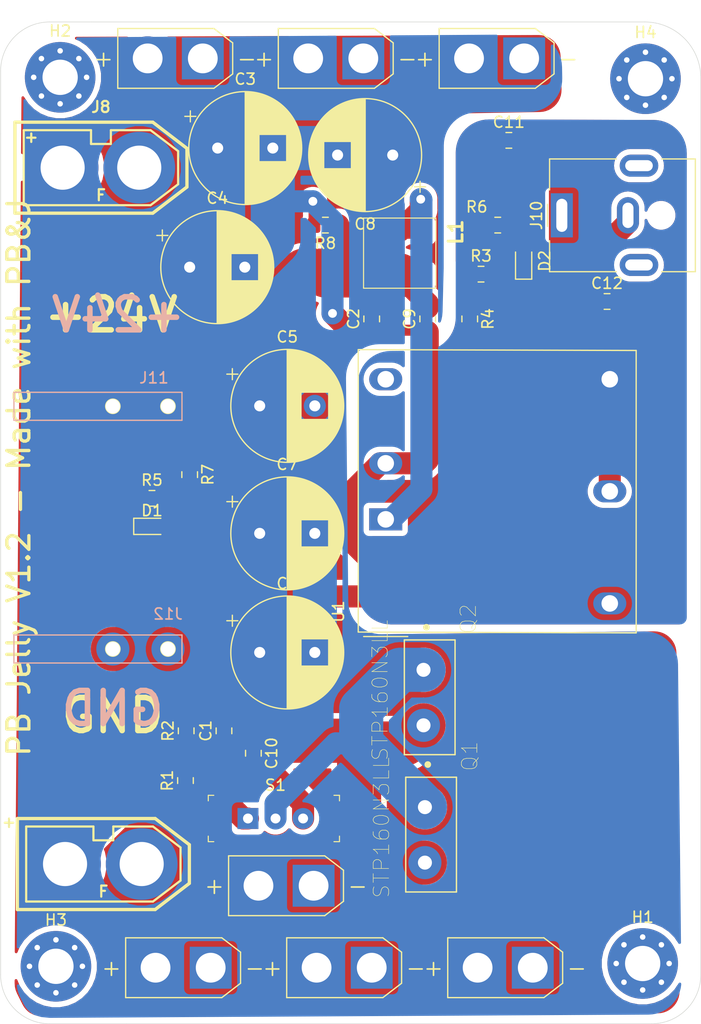
<source format=kicad_pcb>
(kicad_pcb (version 20171130) (host pcbnew "(5.1.0-0)")
  (layers (0 F.Cu signal) (31 B.Cu signal) (34 B.Paste user) (35 F.Paste user) (36 B.SilkS user) (37 F.SilkS user) (38 B.Mask user hide) (39 F.Mask user hide) (44 Edge.Cuts user))
  (net 0 "")
  (net 1 GND)
  (net 2 "Net-(C1-Pad1)")
  (net 3 +24V)
  (net 4 safe-V24)
  (net 5 5V_4A)
  (net 6 ISO_GND_5V)
  (net 7 "Net-(L1-Pad2)")
  (net 8 "Net-(R3-Pad1)")
  (net 9 "Net-(U1-Pad6)")
  (net 10 "Net-(D1-Pad2)")
  (net 11 "Net-(D2-Pad2)")
  (net 12 "Net-(C10-Pad2)")
  (net 13 "Net-(C12-Pad2)")
  (net 14 /gate)
  (module Resistor_SMD:R_0805_2012Metric_Pad1.15x1.40mm_HandSolder (layer F.Cu) (at 50.41 51.435 180)
    (fp_text reference R8 (at 0 -1.65 180) (layer F.SilkS))
    (fp_text value R)
    (pad 2 smd roundrect (at 1.025 0 180) (size 1.15 1.4) (layers F.Cu F.Paste F.Mask) (roundrect_rratio 0.217391) (net 1 GND))
    (pad 1 smd roundrect (at -1.025 0 180) (size 1.15 1.4) (layers F.Cu F.Paste F.Mask) (roundrect_rratio 0.217391) (net 3 +24V))
  )
  (module Capacitor_THT:CP_Radial_D10.0mm_P5.00mm (layer F.Cu) (at 56.515 45.085 180)
    (fp_text reference C8 (at 2.5 -6.25 180) (layer F.SilkS))
    (fp_text value 470UF)
    (pad 2 thru_hole circle (at 5 0 180) (size 2 2) (drill 1) (layers *.Cu *.Mask) (net 1 GND))
    (pad 1 thru_hole rect (at 0 0 180) (size 2 2) (drill 1) (layers *.Cu *.Mask) (net 3 +24V))
  )
  (module Capacitor_THT:CP_Radial_D10.0mm_P5.00mm (layer F.Cu) (at 44.45 79.375)
    (fp_text reference C7 (at 2.5 -6.25) (layer F.SilkS))
    (fp_text value 470UF)
    (pad 2 thru_hole circle (at 5 0) (size 2 2) (drill 1) (layers *.Cu *.Mask) (net 4 safe-V24))
    (pad 1 thru_hole rect (at 0 0) (size 2 2) (drill 1) (layers *.Cu *.Mask) (net 3 +24V))
  )
  (module Capacitor_THT:CP_Radial_D10.0mm_P5.00mm (layer F.Cu) (at 38.1 55.245)
    (fp_text reference C4 (at 2.5 -6.25) (layer F.SilkS))
    (fp_text value 470UF)
    (pad 2 thru_hole circle (at 5 0) (size 2 2) (drill 1) (layers *.Cu *.Mask) (net 1 GND))
    (pad 1 thru_hole rect (at 0 0) (size 2 2) (drill 1) (layers *.Cu *.Mask) (net 3 +24V))
  )
  (module Capacitor_THT:CP_Radial_D10.0mm_P5.00mm (layer F.Cu) (at 40.64 44.45)
    (fp_text reference C3 (at 2.5 -6.25) (layer F.SilkS))
    (fp_text value 470UF)
    (pad 2 thru_hole circle (at 5 0) (size 2 2) (drill 1) (layers *.Cu *.Mask) (net 1 GND))
    (pad 1 thru_hole rect (at 0 0) (size 2 2) (drill 1) (layers *.Cu *.Mask) (net 3 +24V))
  )
  (module kicad-footprints-master:MOSFET_Down (layer F.Cu) (at 59.309 91.694 270)
    (fp_text reference Q2 (at -4.572 -4.064 270) (layer F.SilkS) (effects (font (size 1.40197 1.40197) (thickness 0.05))))
    (fp_text value STP160N3LL (at 1.90661 3.93433 270) (layer F.SilkS) (effects (font (size 1.40119 1.40119) (thickness 0.05))))
    (pad 1 smd rect (at 2.4765 -13.2715 270) (size 10 16) (layers F.Cu F.Paste F.Mask) (net 4 safe-V24))
    (pad 2 thru_hole circle (at 0.0508 0 270) (size 3 3) (drill 1.27) (layers *.Cu *.Mask) (net 14 /gate))
    (pad 3 thru_hole circle (at 5.08 0 270) (size 3 3) (drill 1.27) (layers *.Cu *.Mask) (net 1 GND))
  )
  (module kicad-footprints-master:MOSFET_Down (layer F.Cu) (at 59.436 104.14 270)
    (fp_text reference Q1 (at -4.572 -4.064 270) (layer F.SilkS) (effects (font (size 1.40197 1.40197) (thickness 0.05))))
    (fp_text value STP160N3LL (at 1.90661 3.93433 270) (layer F.SilkS) (effects (font (size 1.40119 1.40119) (thickness 0.05))))
    (pad 1 smd rect (at 2.4765 -13.2715 270) (size 10 16) (layers F.Cu F.Paste F.Mask) (net 4 safe-V24))
    (pad 2 thru_hole circle (at 0.0508 0 270) (size 3 3) (drill 1.27) (layers *.Cu *.Mask) (net 14 /gate))
    (pad 3 thru_hole circle (at 5.08 0 270) (size 3 3) (drill 1.27) (layers *.Cu *.Mask) (net 1 GND))
  )
  (module digikey-footprints:Switch_Slide_11.6x4mm_EG1218 (layer F.Cu) (at 43.387 105.2195)
    (fp_text reference S1 (at 2.49 -3.02) (layer F.SilkS))
    (fp_text value EG1218)
    (pad 3 thru_hole circle (at 5 0) (size 1.9 1.9) (drill 0.9) (layers *.Cu *.Mask) (net 12 "Net-(C10-Pad2)"))
    (pad 2 thru_hole circle (at 2.5 0) (size 1.9 1.9) (drill 0.9) (layers *.Cu *.Mask) (net 14 /gate))
    (pad 1 thru_hole rect (at 0 0) (size 1.9 1.9) (drill 0.9) (layers *.Cu *.Mask) (net 2 "Net-(C1-Pad1)"))
  )
  (module Resistor_SMD:R_0805_2012Metric_Pad1.15x1.40mm_HandSolder (layer F.Cu) (at 38.1 74.05 270)
    (fp_text reference R7 (at 0 -1.65 270) (layer F.SilkS))
    (fp_text value R)
    (pad 2 smd roundrect (at 1.025 0 270) (size 1.15 1.4) (layers F.Cu F.Paste F.Mask) (roundrect_rratio 0.217391) (net 4 safe-V24))
    (pad 1 smd roundrect (at -1.025 0 270) (size 1.15 1.4) (layers F.Cu F.Paste F.Mask) (roundrect_rratio 0.217391) (net 3 +24V))
  )
  (module Connector_BarrelJack:BarrelJack_CUI_PJ-063AH_Horizontal (layer F.Cu) (at 71.851 50.546 90)
    (fp_text reference J10 (at 0 -2.3 90) (layer F.SilkS))
    (fp_text value Barrel_Jack)
    (pad "" np_thru_hole circle (at 0 9 90) (size 1.6 1.6) (drill 1.6) (layers *.Cu *.Mask))
    (pad MP thru_hole oval (at 4.5 7 90) (size 2 3.5) (drill oval 1 2.5) (layers *.Cu *.Mask))
    (pad MP thru_hole oval (at -4.5 7 90) (size 2 3.5) (drill oval 1 2.5) (layers *.Cu *.Mask))
    (pad 2 thru_hole oval (at 0 6 90) (size 3.3 2) (drill oval 2.3 1) (layers *.Cu *.Mask) (net 13 "Net-(C12-Pad2)"))
    (pad 1 thru_hole rect (at 0 0 90) (size 4 2) (drill oval 3 1) (layers *.Cu *.Mask) (net 5 5V_4A))
  )
  (module MountingHole:MountingHole_3.2mm_M3_Pad_Via (layer F.Cu) (at 79.4385 38.1635)
    (fp_text reference H4 (at 0 -4.2) (layer F.SilkS))
    (fp_text value MountingHole)
    (pad 1 thru_hole circle (at 1.697056 -1.697056) (size 0.8 0.8) (drill 0.5) (layers *.Cu *.Mask))
    (pad 1 thru_hole circle (at 0 -2.4) (size 0.8 0.8) (drill 0.5) (layers *.Cu *.Mask))
    (pad 1 thru_hole circle (at -1.697056 -1.697056) (size 0.8 0.8) (drill 0.5) (layers *.Cu *.Mask))
    (pad 1 thru_hole circle (at -2.4 0) (size 0.8 0.8) (drill 0.5) (layers *.Cu *.Mask))
    (pad 1 thru_hole circle (at -1.697056 1.697056) (size 0.8 0.8) (drill 0.5) (layers *.Cu *.Mask))
    (pad 1 thru_hole circle (at 0 2.4) (size 0.8 0.8) (drill 0.5) (layers *.Cu *.Mask))
    (pad 1 thru_hole circle (at 1.697056 1.697056) (size 0.8 0.8) (drill 0.5) (layers *.Cu *.Mask))
    (pad 1 thru_hole circle (at 2.4 0) (size 0.8 0.8) (drill 0.5) (layers *.Cu *.Mask))
    (pad 1 thru_hole circle (at 0 0) (size 6.4 6.4) (drill 3.2) (layers *.Cu *.Mask))
  )
  (module MountingHole:MountingHole_3.2mm_M3_Pad_Via (layer F.Cu) (at 25.9715 118.618)
    (fp_text reference H3 (at 0 -4.2) (layer F.SilkS))
    (fp_text value MountingHole)
    (pad 1 thru_hole circle (at 1.697056 -1.697056) (size 0.8 0.8) (drill 0.5) (layers *.Cu *.Mask))
    (pad 1 thru_hole circle (at 0 -2.4) (size 0.8 0.8) (drill 0.5) (layers *.Cu *.Mask))
    (pad 1 thru_hole circle (at -1.697056 -1.697056) (size 0.8 0.8) (drill 0.5) (layers *.Cu *.Mask))
    (pad 1 thru_hole circle (at -2.4 0) (size 0.8 0.8) (drill 0.5) (layers *.Cu *.Mask))
    (pad 1 thru_hole circle (at -1.697056 1.697056) (size 0.8 0.8) (drill 0.5) (layers *.Cu *.Mask))
    (pad 1 thru_hole circle (at 0 2.4) (size 0.8 0.8) (drill 0.5) (layers *.Cu *.Mask))
    (pad 1 thru_hole circle (at 1.697056 1.697056) (size 0.8 0.8) (drill 0.5) (layers *.Cu *.Mask))
    (pad 1 thru_hole circle (at 2.4 0) (size 0.8 0.8) (drill 0.5) (layers *.Cu *.Mask))
    (pad 1 thru_hole circle (at 0 0) (size 6.4 6.4) (drill 3.2) (layers *.Cu *.Mask))
  )
  (module MountingHole:MountingHole_3.2mm_M3_Pad_Via (layer F.Cu) (at 26.3525 38.0365)
    (fp_text reference H2 (at 0 -4.2) (layer F.SilkS))
    (fp_text value MountingHole)
    (pad 1 thru_hole circle (at 1.697056 -1.697056) (size 0.8 0.8) (drill 0.5) (layers *.Cu *.Mask))
    (pad 1 thru_hole circle (at 0 -2.4) (size 0.8 0.8) (drill 0.5) (layers *.Cu *.Mask))
    (pad 1 thru_hole circle (at -1.697056 -1.697056) (size 0.8 0.8) (drill 0.5) (layers *.Cu *.Mask))
    (pad 1 thru_hole circle (at -2.4 0) (size 0.8 0.8) (drill 0.5) (layers *.Cu *.Mask))
    (pad 1 thru_hole circle (at -1.697056 1.697056) (size 0.8 0.8) (drill 0.5) (layers *.Cu *.Mask))
    (pad 1 thru_hole circle (at 0 2.4) (size 0.8 0.8) (drill 0.5) (layers *.Cu *.Mask))
    (pad 1 thru_hole circle (at 1.697056 1.697056) (size 0.8 0.8) (drill 0.5) (layers *.Cu *.Mask))
    (pad 1 thru_hole circle (at 2.4 0) (size 0.8 0.8) (drill 0.5) (layers *.Cu *.Mask))
    (pad 1 thru_hole circle (at 0 0) (size 6.4 6.4) (drill 3.2) (layers *.Cu *.Mask))
  )
  (module MountingHole:MountingHole_3.2mm_M3_Pad_Via (layer F.Cu) (at 79.1845 118.364)
    (fp_text reference H1 (at 0 -4.2) (layer F.SilkS))
    (fp_text value MountingHole)
    (pad 1 thru_hole circle (at 1.697056 -1.697056) (size 0.8 0.8) (drill 0.5) (layers *.Cu *.Mask))
    (pad 1 thru_hole circle (at 0 -2.4) (size 0.8 0.8) (drill 0.5) (layers *.Cu *.Mask))
    (pad 1 thru_hole circle (at -1.697056 -1.697056) (size 0.8 0.8) (drill 0.5) (layers *.Cu *.Mask))
    (pad 1 thru_hole circle (at -2.4 0) (size 0.8 0.8) (drill 0.5) (layers *.Cu *.Mask))
    (pad 1 thru_hole circle (at -1.697056 1.697056) (size 0.8 0.8) (drill 0.5) (layers *.Cu *.Mask))
    (pad 1 thru_hole circle (at 0 2.4) (size 0.8 0.8) (drill 0.5) (layers *.Cu *.Mask))
    (pad 1 thru_hole circle (at 1.697056 1.697056) (size 0.8 0.8) (drill 0.5) (layers *.Cu *.Mask))
    (pad 1 thru_hole circle (at 2.4 0) (size 0.8 0.8) (drill 0.5) (layers *.Cu *.Mask))
    (pad 1 thru_hole circle (at 0 0) (size 6.4 6.4) (drill 3.2) (layers *.Cu *.Mask))
  )
  (module Capacitor_SMD:C_0805_2012Metric_Pad1.15x1.40mm_HandSolder (layer F.Cu) (at 75.955 58.3565)
    (fp_text reference C12 (at 0 -1.65) (layer F.SilkS))
    (fp_text value 3UF)
    (pad 2 smd roundrect (at 1.025 0) (size 1.15 1.4) (layers F.Cu F.Paste F.Mask) (roundrect_rratio 0.217391) (net 13 "Net-(C12-Pad2)"))
    (pad 1 smd roundrect (at -1.025 0) (size 1.15 1.4) (layers F.Cu F.Paste F.Mask) (roundrect_rratio 0.217391) (net 6 ISO_GND_5V))
  )
  (module Capacitor_SMD:C_0805_2012Metric_Pad1.15x1.40mm_HandSolder (layer F.Cu) (at 67.047 43.7515)
    (fp_text reference C11 (at 0 -1.65) (layer F.SilkS))
    (fp_text value 3UF)
    (pad 2 smd roundrect (at 1.025 0) (size 1.15 1.4) (layers F.Cu F.Paste F.Mask) (roundrect_rratio 0.217391) (net 5 5V_4A))
    (pad 1 smd roundrect (at -1.025 0) (size 1.15 1.4) (layers F.Cu F.Paste F.Mask) (roundrect_rratio 0.217391) (net 6 ISO_GND_5V))
  )
  (module Capacitor_SMD:C_0805_2012Metric_Pad1.15x1.40mm_HandSolder (layer F.Cu) (at 43.8785 99.305 270)
    (fp_text reference C10 (at 0 -1.65 270) (layer F.SilkS))
    (fp_text value 3UF)
    (pad 2 smd roundrect (at 1.025 0 270) (size 1.15 1.4) (layers F.Cu F.Paste F.Mask) (roundrect_rratio 0.217391) (net 12 "Net-(C10-Pad2)"))
    (pad 1 smd roundrect (at -1.025 0 270) (size 1.15 1.4) (layers F.Cu F.Paste F.Mask) (roundrect_rratio 0.217391) (net 1 GND))
  )
  (module Connector:battery_conector_powerpack (layer F.Cu) (at 36.1315 89.857 180)
    (fp_text reference J12 (at 0 3.175 180) (layer B.SilkS) (effects (justify mirror)))
    (fp_text value Conn_01x02_Female)
    (pad 1 thru_hole circle (at 0 0 180) (size 3 3) (drill 1.3) (layers *.Cu *.Mask) (net 1 GND))
    (pad 2 thru_hole circle (at 5 0 180) (size 3 3) (drill 1.3) (layers *.Cu *.Mask) (net 1 GND))
  )
  (module Connector:battery_conector_powerpack (layer F.Cu) (at 36.1315 67.857 180)
    (fp_text reference J11 (at 1.27 2.58 180) (layer B.SilkS))
    (fp_text value Conn_01x02_Female)
    (pad 2 thru_hole circle (at 5 0 180) (size 3 3) (drill 1.3) (layers *.Cu *.Mask) (net 3 +24V))
    (pad 1 thru_hole circle (at 0 0 180) (size 3 3) (drill 1.3) (layers *.Cu *.Mask) (net 3 +24V))
  )
  (module innductor_special:XEL6060-152MEC (layer F.Cu) (at 57.15 53.975 90)
    (fp_text reference L1 (at 1.905 5.08 90) (layer F.SilkS) (effects (font (size 1.27 1.27) (thickness 0.254))))
    (fp_text value INDUCTOR hide)
    (pad 2 smd rect (at 2.02 0 90) (size 1.43 5.5) (layers F.Cu F.Paste F.Mask) (net 7 "Net-(L1-Pad2)"))
    (pad 1 smd rect (at -2.02 0 90) (size 1.43 5.5) (layers F.Cu F.Paste F.Mask) (net 3 +24V))
  )
  (module Resistor_SMD:R_0805_2012Metric_Pad1.15x1.40mm_HandSolder (layer F.Cu) (at 66.04 51.435)
    (fp_text reference R6 (at -1.905 -1.65) (layer F.SilkS))
    (fp_text value 10K)
    (pad 2 smd roundrect (at 1.025 0) (size 1.15 1.4) (layers F.Cu F.Paste F.Mask) (roundrect_rratio 0.217391) (net 11 "Net-(D2-Pad2)"))
    (pad 1 smd roundrect (at -1.025 0) (size 1.15 1.4) (layers F.Cu F.Paste F.Mask) (roundrect_rratio 0.217391) (net 5 5V_4A))
  )
  (module RC-Battery-Connectors:XT-60_female (layer F.Cu) (at 30.053 46.228)
    (fp_text reference J8 (at 0 -5.5) (layer F.SilkS) (effects (font (thickness 0.2))))
    (fp_text value Conn_01x02_Female hide)
    (fp_text user + (at -6.32 -2.79) (layer F.SilkS) (effects (font (thickness 0.2))))
    (fp_text user F (at 0 2.5) (layer F.SilkS) (effects (font (thickness 0.2))))
    (pad 2 thru_hole circle (at -3.475 0) (size 6.5 6.5) (drill 4) (layers *.Cu *.Mask) (net 3 +24V))
    (pad 1 thru_hole circle (at 3.475 0) (size 6.5 6.5) (drill 4) (layers *.Cu *.Mask) (net 4 safe-V24))
  )
  (module LED_SMD:LED_0603_1608Metric_Pad1.05x0.95mm_HandSolder (layer F.Cu) (at 68.3895 54.6735 90)
    (fp_text reference D2 (at 0 1.905 -90) (layer F.SilkS))
    (fp_text value LED)
    (pad 2 smd roundrect (at 0.875 0 90) (size 1.05 0.95) (layers F.Cu F.Paste F.Mask) (net 11 "Net-(D2-Pad2)"))
    (pad 1 smd roundrect (at -0.875 0 90) (size 1.05 0.95) (layers F.Cu F.Paste F.Mask) (net 6 ISO_GND_5V))
  )
  (module Converter_DCDC:Converter_DCDC_TRACO_TEN20-xxxx_THT-modified (layer F.Cu) (at 55.88 78.105 90)
    (fp_text reference U1 (at -8.3566 -4.2926 270) (layer F.SilkS))
    (fp_text value THL-25-2411)
    (pad 6 thru_hole oval (at 12.7 0 180) (size 3 2) (drill 1.5) (layers *.Cu *.Mask) (net 9 "Net-(U1-Pad6)"))
    (pad 4 thru_hole oval (at 2.54 20.32 180) (size 3 2) (drill 1.5) (layers *.Cu *.Mask) (net 8 "Net-(R3-Pad1)"))
    (pad 1 thru_hole rect (at 0 0 180) (size 3 2) (drill 1.5) (layers *.Cu *.Mask) (net 7 "Net-(L1-Pad2)"))
    (pad 2 thru_hole oval (at 5.08 0 180) (size 3 2) (drill 1.5) (layers *.Cu *.Mask) (net 1 GND))
    (pad 3 thru_hole oval (at -7.62 20.32 180) (size 3 2) (drill 1.5) (layers *.Cu *.Mask) (net 5 5V_4A))
    (pad 5 thru_hole oval (at 12.7 20.32 180) (size 3 2) (drill 1.5) (layers *.Cu *.Mask) (net 6 ISO_GND_5V))
  )
  (module Resistor_SMD:R_0805_2012Metric_Pad1.15x1.40mm_HandSolder (layer F.Cu) (at 63.5 59.935 270)
    (fp_text reference R4 (at 0 -1.65 270) (layer F.SilkS))
    (fp_text value OP)
    (pad 2 smd roundrect (at 1.025 0 270) (size 1.15 1.4) (layers F.Cu F.Paste F.Mask) (roundrect_rratio 0.217391) (net 5 5V_4A))
    (pad 1 smd roundrect (at -1.025 0 270) (size 1.15 1.4) (layers F.Cu F.Paste F.Mask) (roundrect_rratio 0.217391) (net 8 "Net-(R3-Pad1)"))
  )
  (module Resistor_SMD:R_0805_2012Metric_Pad1.15x1.40mm_HandSolder (layer F.Cu) (at 64.525 55.88)
    (fp_text reference R3 (at 0 -1.65) (layer F.SilkS))
    (fp_text value OP)
    (pad 2 smd roundrect (at 1.025 0) (size 1.15 1.4) (layers F.Cu F.Paste F.Mask) (roundrect_rratio 0.217391) (net 6 ISO_GND_5V))
    (pad 1 smd roundrect (at -1.025 0) (size 1.15 1.4) (layers F.Cu F.Paste F.Mask) (roundrect_rratio 0.217391) (net 8 "Net-(R3-Pad1)"))
  )
  (module LED_SMD:LED_0603_1608Metric_Pad1.05x0.95mm_HandSolder (layer F.Cu) (at 34.685 78.74)
    (fp_text reference D1 (at 0 -1.43) (layer F.SilkS))
    (fp_text value LED)
    (pad 2 smd roundrect (at 0.875 0) (size 1.05 0.95) (layers F.Cu F.Paste F.Mask) (net 10 "Net-(D1-Pad2)"))
    (pad 1 smd roundrect (at -0.875 0) (size 1.05 0.95) (layers F.Cu F.Paste F.Mask) (net 4 safe-V24))
  )
  (module Resistor_SMD:R_0805_2012Metric_Pad1.15x1.40mm_HandSolder (layer F.Cu) (at 34.68 76.2)
    (fp_text reference R5 (at 0 -1.65) (layer F.SilkS))
    (fp_text value 10K)
    (pad 2 smd roundrect (at 1.025 0) (size 1.15 1.4) (layers F.Cu F.Paste F.Mask) (roundrect_rratio 0.217391) (net 10 "Net-(D1-Pad2)"))
    (pad 1 smd roundrect (at -1.025 0) (size 1.15 1.4) (layers F.Cu F.Paste F.Mask) (roundrect_rratio 0.217391) (net 3 +24V))
  )
  (module Capacitor_SMD:C_0805_2012Metric_Pad1.15x1.40mm_HandSolder (layer F.Cu) (at 59.69 59.935 90)
    (fp_text reference C9 (at 0 -1.65 90) (layer F.SilkS))
    (fp_text value 3.3UF)
    (pad 2 smd roundrect (at 1.025 0 90) (size 1.15 1.4) (layers F.Cu F.Paste F.Mask) (roundrect_rratio 0.217391) (net 3 +24V))
    (pad 1 smd roundrect (at -1.025 0 90) (size 1.15 1.4) (layers F.Cu F.Paste F.Mask) (roundrect_rratio 0.217391) (net 1 GND))
  )
  (module Resistor_SMD:R_0805_2012Metric_Pad1.15x1.40mm_HandSolder (layer F.Cu) (at 37.7825 97.273 90)
    (fp_text reference R2 (at 0 -1.65 90) (layer F.SilkS))
    (fp_text value 1M)
    (pad 2 smd roundrect (at 1.025 0 90) (size 1.15 1.4) (layers F.Cu F.Paste F.Mask) (roundrect_rratio 0.217391) (net 1 GND))
    (pad 1 smd roundrect (at -1.025 0 90) (size 1.15 1.4) (layers F.Cu F.Paste F.Mask) (roundrect_rratio 0.217391) (net 2 "Net-(C1-Pad1)"))
  )
  (module Resistor_SMD:R_0805_2012Metric_Pad1.15x1.40mm_HandSolder (layer F.Cu) (at 37.719 101.7815 90)
    (fp_text reference R1 (at 0 -1.65 90) (layer F.SilkS))
    (fp_text value 500K)
    (pad 2 smd roundrect (at 1.025 0 90) (size 1.15 1.4) (layers F.Cu F.Paste F.Mask) (roundrect_rratio 0.217391) (net 2 "Net-(C1-Pad1)"))
    (pad 1 smd roundrect (at -1.025 0 90) (size 1.15 1.4) (layers F.Cu F.Paste F.Mask) (roundrect_rratio 0.217391) (net 3 +24V))
  )
  (module RC-Battery-Connectors:XT-60_female (layer F.Cu) (at 30.272 109.347)
    (fp_text reference J9 hide)
    (fp_text value Conn_01x02_Female hide)
    (fp_text user + (at -8.555 -3.81) (layer F.SilkS) (effects (font (thickness 0.2))))
    (fp_text user F (at 0 2.5) (layer F.SilkS) (effects (font (thickness 0.2))))
    (pad 2 thru_hole circle (at -3.475 0) (size 6.5 6.5) (drill 4) (layers *.Cu *.Mask) (net 3 +24V))
    (pad 1 thru_hole circle (at 3.475 0) (size 6.5 6.5) (drill 4) (layers *.Cu *.Mask) (net 4 safe-V24))
  )
  (module Connector_AMASS:AMASS_XT30U-F_1x02_P5.0mm_Vertical (layer F.Cu) (at 68.4365 36.322 180)
    (fp_text reference J7 hide)
    (fp_text value Conn_01x02_Female)
    (fp_text user - (at -4 0 180) (layer F.SilkS) (effects (font (size 1.5 1.5))))
    (fp_text user + (at 9 0 180) (layer F.SilkS) (effects (font (size 1.5 1.5))))
    (pad 2 thru_hole circle (at 5 0 180) (size 4 4) (drill 2.7) (layers *.Cu *.Mask) (net 3 +24V))
    (pad 1 thru_hole rect (at 0 0 180) (size 3.8 3.8) (drill 2.7) (layers *.Cu *.Mask) (net 4 safe-V24))
  )
  (module Connector_AMASS:AMASS_XT30U-F_1x02_P5.0mm_Vertical (layer F.Cu) (at 49.3395 111.3155 180)
    (fp_text reference J6 hide)
    (fp_text value Conn_01x02_Female)
    (fp_text user - (at -4 0 180) (layer F.SilkS) (effects (font (size 1.5 1.5))))
    (fp_text user + (at 9 0 180) (layer F.SilkS) (effects (font (size 1.5 1.5))))
    (pad 2 thru_hole circle (at 5 0 180) (size 4 4) (drill 2.7) (layers *.Cu *.Mask) (net 3 +24V))
    (pad 1 thru_hole rect (at 0 0 180) (size 3.8 3.8) (drill 2.7) (layers *.Cu *.Mask) (net 4 safe-V24))
  )
  (module Connector_AMASS:AMASS_XT30U-F_1x02_P5.0mm_Vertical (layer F.Cu) (at 54.61 118.745 180)
    (fp_text reference J5 hide)
    (fp_text value Conn_01x02_Female)
    (fp_text user - (at -4 0 180) (layer F.SilkS) (effects (font (size 1.5 1.5))))
    (fp_text user + (at 9 0 180) (layer F.SilkS) (effects (font (size 1.5 1.5))))
    (pad 2 thru_hole circle (at 5 0 180) (size 4 4) (drill 2.7) (layers *.Cu *.Mask) (net 3 +24V))
    (pad 1 thru_hole rect (at 0 0 180) (size 3.8 3.8) (drill 2.7) (layers *.Cu *.Mask) (net 4 safe-V24))
  )
  (module Connector_AMASS:AMASS_XT30U-F_1x02_P5.0mm_Vertical (layer F.Cu) (at 39.29 36.322 180)
    (fp_text reference J4 hide)
    (fp_text value Conn_01x02_Female)
    (fp_text user - (at -4 0 180) (layer F.SilkS) (effects (font (size 1.5 1.5))))
    (fp_text user + (at 9 0 180) (layer F.SilkS) (effects (font (size 1.5 1.5))))
    (pad 2 thru_hole circle (at 5 0 180) (size 4 4) (drill 2.7) (layers *.Cu *.Mask) (net 3 +24V))
    (pad 1 thru_hole rect (at 0 0 180) (size 3.8 3.8) (drill 2.7) (layers *.Cu *.Mask) (net 4 safe-V24))
  )
  (module Connector_AMASS:AMASS_XT30U-F_1x02_P5.0mm_Vertical (layer F.Cu) (at 69.215 118.745 180)
    (fp_text reference J3 hide)
    (fp_text value Conn_01x02_Female)
    (fp_text user - (at -4 0 180) (layer F.SilkS) (effects (font (size 1.5 1.5))))
    (fp_text user + (at 9 0 180) (layer F.SilkS) (effects (font (size 1.5 1.5))))
    (pad 2 thru_hole circle (at 5 0 180) (size 4 4) (drill 2.7) (layers *.Cu *.Mask) (net 3 +24V))
    (pad 1 thru_hole rect (at 0 0 180) (size 3.8 3.8) (drill 2.7) (layers *.Cu *.Mask) (net 4 safe-V24))
  )
  (module Connector_AMASS:AMASS_XT30U-F_1x02_P5.0mm_Vertical (layer F.Cu) (at 40.005 118.745 180)
    (fp_text reference J2 hide)
    (fp_text value Conn_01x02_Female)
    (fp_text user - (at -4 0 180) (layer F.SilkS) (effects (font (size 1.5 1.5))))
    (fp_text user + (at 9 0 180) (layer F.SilkS) (effects (font (size 1.5 1.5))))
    (pad 2 thru_hole circle (at 5 0 180) (size 4 4) (drill 2.7) (layers *.Cu *.Mask) (net 3 +24V))
    (pad 1 thru_hole rect (at 0 0 180) (size 3.8 3.8) (drill 2.7) (layers *.Cu *.Mask) (net 4 safe-V24))
  )
  (module Connector_AMASS:AMASS_XT30U-F_1x02_P5.0mm_Vertical (layer F.Cu) (at 53.848 36.322 180)
    (fp_text reference J1 hide)
    (fp_text value Conn_01x02_Female)
    (fp_text user - (at -4 0 180) (layer F.SilkS) (effects (font (size 1.5 1.5))))
    (fp_text user + (at 9 0 180) (layer F.SilkS) (effects (font (size 1.5 1.5))))
    (pad 2 thru_hole circle (at 5 0 180) (size 4 4) (drill 2.7) (layers *.Cu *.Mask) (net 3 +24V))
    (pad 1 thru_hole rect (at 0 0 180) (size 3.8 3.8) (drill 2.7) (layers *.Cu *.Mask) (net 4 safe-V24))
  )
  (module Capacitor_THT:CP_Radial_D10.0mm_P5.00mm (layer F.Cu) (at 44.45 90.17)
    (fp_text reference C6 (at 2.5 -6.25) (layer F.SilkS))
    (fp_text value 470UF)
    (pad 2 thru_hole circle (at 5 0) (size 2 2) (drill 1) (layers *.Cu *.Mask) (net 4 safe-V24))
    (pad 1 thru_hole rect (at 0 0) (size 2 2) (drill 1) (layers *.Cu *.Mask) (net 3 +24V))
  )
  (module Capacitor_THT:CP_Radial_D10.0mm_P5.00mm (layer F.Cu) (at 44.45 67.818)
    (fp_text reference C5 (at 2.5 -6.25) (layer F.SilkS))
    (fp_text value 470UF)
    (pad 2 thru_hole circle (at 5 0) (size 2 2) (drill 1) (layers *.Cu *.Mask) (net 4 safe-V24))
    (pad 1 thru_hole rect (at 0 0) (size 2 2) (drill 1) (layers *.Cu *.Mask) (net 3 +24V))
  )
  (module Capacitor_SMD:C_0805_2012Metric_Pad1.15x1.40mm_HandSolder (layer F.Cu) (at 54.61 59.935 90)
    (fp_text reference C2 (at 0 -1.65 90) (layer F.SilkS))
    (fp_text value 3.3UF)
    (pad 2 smd roundrect (at 1.025 0 90) (size 1.15 1.4) (layers F.Cu F.Paste F.Mask) (roundrect_rratio 0.217391) (net 3 +24V))
    (pad 1 smd roundrect (at -1.025 0 90) (size 1.15 1.4) (layers F.Cu F.Paste F.Mask) (roundrect_rratio 0.217391) (net 1 GND))
  )
  (module Capacitor_SMD:C_0805_2012Metric_Pad1.15x1.40mm_HandSolder (layer F.Cu) (at 41.2115 97.273 90)
    (fp_text reference C1 (at 0 -1.65 90) (layer F.SilkS))
    (fp_text value 3UF)
    (pad 2 smd roundrect (at 1.025 0 90) (size 1.15 1.4) (layers F.Cu F.Paste F.Mask) (roundrect_rratio 0.217391) (net 1 GND))
    (pad 1 smd roundrect (at -1.025 0 90) (size 1.15 1.4) (layers F.Cu F.Paste F.Mask) (roundrect_rratio 0.217391) (net 2 "Net-(C1-Pad1)"))
  )
  (gr_text GND (at 31.115 95.25) (layer B.SilkS) (effects (font (size 3 3) (thickness 0.5)) (justify mirror)))
  (gr_text GND (at 31.115 95.885) (layer F.SilkS) (effects (font (size 3 3) (thickness 0.5))))
  (gr_text +24V (at 31.623 59.563) (layer B.SilkS) (effects (font (size 3 3) (thickness 0.5)) (justify mirror)))
  (gr_text +24V (at 30.988 59.563) (layer F.SilkS) (effects (font (size 3 3) (thickness 0.5))))
  (gr_text "PB Jelly V1.2 - Made with PB&J" (at 22.606 74.295 90) (layer F.SilkS) (effects (font (size 2 2) (thickness 0.3))))
  (gr_arc (start 79.375 38.1) (end 84.455 38.1) (angle -90) (layer Edge.Cuts) (width 0.05))
  (gr_line (start 20.955 37.465) (end 20.955 43.18) (layer Edge.Cuts) (width 0.05))
  (gr_line (start 25.4 33.02) (end 29.21 33.02) (layer Edge.Cuts) (width 0.05))
  (gr_arc (start 25.4 37.465) (end 25.4 33.02) (angle -90) (layer Edge.Cuts) (width 0.05))
  (gr_line (start 25.4 123.825) (end 32.385 123.825) (layer Edge.Cuts) (width 0.05))
  (gr_arc (start 25.4 119.38) (end 20.955 119.38) (angle -90) (layer Edge.Cuts) (width 0.05))
  (gr_arc (start 80.01 119.38) (end 80.01 123.825) (angle -90) (layer Edge.Cuts) (width 0.05))
  (gr_line (start 84.455 38.1) (end 84.455 119.38) (layer Edge.Cuts) (width 0.05))
  (gr_line (start 29.21 33.02) (end 79.375 33.02) (layer Edge.Cuts) (width 0.05))
  (gr_line (start 20.955 119.38) (end 20.955 43.18) (layer Edge.Cuts) (width 0.05))
  (gr_line (start 80.01 123.825) (end 32.385 123.825) (layer Edge.Cuts) (width 0.05))
  (segment (start 57.31468 109.22) (end 53.467 105.37232) (width 4) (layer F.Cu) (net 1))
  (segment (start 59.436 109.22) (end 57.31468 109.22) (width 4) (layer F.Cu) (net 1))
  (segment (start 53.467 105.37232) (end 53.467 98.425) (width 4) (layer F.Cu) (net 1))
  (segment (start 37.631499 91.356999) (end 36.1315 89.857) (width 4) (layer F.Cu) (net 1))
  (segment (start 39.145339 91.356999) (end 37.631499 91.356999) (width 4) (layer F.Cu) (net 1))
  (segment (start 45.95934 98.171) (end 39.145339 91.356999) (width 4) (layer F.Cu) (net 1))
  (segment (start 53.213 98.171) (end 45.95934 98.171) (width 4) (layer F.Cu) (net 1))
  (segment (start 53.467 98.425) (end 53.213 98.171) (width 4) (layer F.Cu) (net 1))
  (segment (start 41.2115 96.248) (end 37.7825 96.248) (width 2) (layer F.Cu) (net 1))
  (segment (start 57.658 98.425) (end 59.309 96.774) (width 4) (layer F.Cu) (net 1))
  (segment (start 53.467 98.425) (end 57.658 98.425) (width 4) (layer F.Cu) (net 1))
  (segment (start 59.69 72.715) (end 59.69 61.11001) (width 2) (layer F.Cu) (net 1))
  (segment (start 59.38 73.025) (end 59.69 72.715) (width 2) (layer F.Cu) (net 1))
  (segment (start 55.88 73.025) (end 59.38 73.025) (width 2) (layer F.Cu) (net 1))
  (segment (start 31.1315 89.857) (end 36.1315 89.857) (width 4) (layer F.Cu) (net 1))
  (segment (start 40.8985 85.09) (end 36.1315 89.857) (width 2) (layer F.Cu) (net 1))
  (segment (start 54.61 85.09) (end 40.8985 85.09) (width 2) (layer F.Cu) (net 1))
  (segment (start 52.38 76.025) (end 52.38 79.701002) (width 2) (layer F.Cu) (net 1))
  (segment (start 54.61 81.931002) (end 54.61 85.09) (width 2) (layer F.Cu) (net 1))
  (segment (start 52.38 79.701002) (end 54.61 81.931002) (width 2) (layer F.Cu) (net 1))
  (segment (start 55.38 73.025) (end 52.38 76.025) (width 2) (layer F.Cu) (net 1))
  (segment (start 55.88 73.025) (end 55.38 73.025) (width 2) (layer F.Cu) (net 1))
  (segment (start 43.1 55.245) (end 45.64 52.705) (width 4) (layer B.Cu) (net 1))
  (segment (start 50.88 44.45) (end 51.515 45.085) (width 4) (layer B.Cu) (net 1))
  (segment (start 45.64 44.45) (end 50.88 44.45) (width 4) (layer B.Cu) (net 1))
  (via (at 49.276 49.276) (size 1.6) (drill 0.8) (layers F.Cu B.Cu) (net 1))
  (segment (start 49.385 49.385) (end 49.276 49.276) (width 1) (layer F.Cu) (net 1))
  (segment (start 49.385 51.435) (end 49.385 49.385) (width 1) (layer F.Cu) (net 1))
  (segment (start 45.64 49.864) (end 45.64 44.45) (width 4) (layer B.Cu) (net 1))
  (segment (start 46.627999 48.876001) (end 45.64 49.864) (width 1) (layer B.Cu) (net 1))
  (segment (start 45.64 52.705) (end 45.64 49.864) (width 4) (layer B.Cu) (net 1))
  (via (at 51.054 59.436) (size 1.6) (drill 0.8) (layers F.Cu B.Cu) (net 1))
  (segment (start 46.228 49.276) (end 45.64 49.864) (width 2) (layer B.Cu) (net 1))
  (segment (start 49.276 49.276) (end 46.228 49.276) (width 2) (layer B.Cu) (net 1))
  (segment (start 51.054 51.054) (end 49.276 49.276) (width 2) (layer B.Cu) (net 1))
  (segment (start 51.054 59.436) (end 51.054 51.054) (width 2) (layer B.Cu) (net 1))
  (segment (start 53.698727 61.11001) (end 54.61 61.11001) (width 2) (layer F.Cu) (net 1))
  (segment (start 52.72801 61.11001) (end 53.698727 61.11001) (width 2) (layer F.Cu) (net 1))
  (segment (start 51.054 59.436) (end 52.72801 61.11001) (width 2) (layer F.Cu) (net 1))
  (segment (start 54.61 60.96) (end 59.69 60.96) (width 1) (layer F.Cu) (net 1))
  (segment (start 42.957626 105.2195) (end 38.769616 101.03149) (width 2) (layer F.Cu) (net 2))
  (segment (start 43.387 105.2195) (end 42.957626 105.2195) (width 2) (layer F.Cu) (net 2))
  (segment (start 38.519 100.7565) (end 37.719 100.7565) (width 2) (layer F.Cu) (net 2))
  (segment (start 38.769616 101.007116) (end 38.519 100.7565) (width 2) (layer F.Cu) (net 2))
  (segment (start 38.769616 101.03149) (end 38.769616 101.007116) (width 2) (layer F.Cu) (net 2))
  (segment (start 37.719 98.51151) (end 37.7825 98.44801) (width 2) (layer F.Cu) (net 2))
  (segment (start 37.719 100.7565) (end 37.719 98.51151) (width 2) (layer F.Cu) (net 2))
  (segment (start 41.06149 98.44801) (end 41.2115 98.44801) (width 2) (layer F.Cu) (net 2))
  (segment (start 38.769616 100.739884) (end 41.06149 98.44801) (width 2) (layer F.Cu) (net 2))
  (segment (start 38.769616 101.03149) (end 38.769616 100.739884) (width 2) (layer F.Cu) (net 2))
  (segment (start 33.655 70.3335) (end 36.1315 67.857) (width 2) (layer F.Cu) (net 3))
  (segment (start 33.655 76.2) (end 33.655 70.3335) (width 2) (layer F.Cu) (net 3))
  (segment (start 50.4 55.995) (end 49.9675 55.5625) (width 4) (layer F.Cu) (net 3))
  (segment (start 57.15 55.995) (end 50.4 55.995) (width 4) (layer F.Cu) (net 3))
  (segment (start 48.426 55.5625) (end 36.1315 67.857) (width 4) (layer F.Cu) (net 3))
  (segment (start 49.9675 55.5625) (end 48.426 55.5625) (width 4) (layer F.Cu) (net 3))
  (segment (start 59.69 58.535) (end 57.15 55.995) (width 2) (layer F.Cu) (net 3))
  (segment (start 59.69 58.91) (end 59.69 58.535) (width 2) (layer F.Cu) (net 3))
  (segment (start 54.61 58.535) (end 57.15 55.995) (width 2) (layer F.Cu) (net 3))
  (segment (start 54.61 58.91) (end 54.61 58.535) (width 2) (layer F.Cu) (net 3))
  (segment (start 33.18749 102.95651) (end 37.56899 102.95651) (width 2) (layer F.Cu) (net 3))
  (segment (start 26.797 109.347) (end 33.18749 102.95651) (width 2) (layer F.Cu) (net 3))
  (segment (start 51.58501 52.346273) (end 51.58501 51.435) (width 2) (layer F.Cu) (net 3))
  (segment (start 51.58501 53.94499) (end 51.58501 52.346273) (width 2) (layer F.Cu) (net 3))
  (segment (start 49.9675 55.5625) (end 51.58501 53.94499) (width 2) (layer F.Cu) (net 3))
  (segment (start 36.3465 73.025) (end 33.655 70.3335) (width 2) (layer F.Cu) (net 3))
  (segment (start 38.1 73.025) (end 36.3465 73.025) (width 2) (layer F.Cu) (net 3))
  (segment (start 49.45 79.375) (end 49.45 90.17) (width 4) (layer B.Cu) (net 4))
  (segment (start 68.058 55.88) (end 68.3895 55.5485) (width 1) (layer F.Cu) (net 6))
  (segment (start 65.55 55.88) (end 68.058 55.88) (width 1) (layer F.Cu) (net 6))
  (segment (start 74.93 64.135) (end 74.93 58.3565) (width 2) (layer F.Cu) (net 6))
  (segment (start 76.2 65.405) (end 74.93 64.135) (width 2) (layer F.Cu) (net 6))
  (segment (start 72.122 55.5485) (end 74.93 58.3565) (width 2) (layer F.Cu) (net 6))
  (segment (start 69.58951 55.46451) (end 69.6735 55.5485) (width 1) (layer F.Cu) (net 6))
  (segment (start 69.6735 55.5485) (end 72.122 55.5485) (width 2) (layer F.Cu) (net 6))
  (segment (start 68.3895 55.5485) (end 69.6735 55.5485) (width 2) (layer F.Cu) (net 6))
  (segment (start 69.6735 48.203) (end 66.022 44.5515) (width 1) (layer F.Cu) (net 6))
  (segment (start 66.022 44.5515) (end 66.022 43.7515) (width 1) (layer F.Cu) (net 6))
  (segment (start 69.6735 55.5485) (end 69.6735 48.203) (width 1) (layer F.Cu) (net 6))
  (segment (start 56.38 78.105) (end 59.1185 75.3665) (width 2) (layer B.Cu) (net 7))
  (segment (start 55.88 78.105) (end 56.38 78.105) (width 2) (layer B.Cu) (net 7))
  (via (at 59.055 49.0855) (size 2) (drill 0.8) (layers F.Cu B.Cu) (net 7))
  (segment (start 59.1185 49.149) (end 59.055 49.0855) (width 2) (layer B.Cu) (net 7))
  (segment (start 59.1185 75.3665) (end 59.1185 49.149) (width 2) (layer B.Cu) (net 7))
  (segment (start 59.055 50.05) (end 57.15 51.955) (width 2) (layer F.Cu) (net 7))
  (segment (start 59.055 49.0855) (end 59.055 50.05) (width 2) (layer F.Cu) (net 7))
  (segment (start 64.3 58.91) (end 63.5 58.91) (width 2) (layer F.Cu) (net 8))
  (segment (start 76.2 70.81) (end 64.3 58.91) (width 2) (layer F.Cu) (net 8))
  (segment (start 76.2 75.565) (end 76.2 70.81) (width 2) (layer F.Cu) (net 8))
  (segment (start 63.5 58.91) (end 63.5 55.88) (width 2) (layer F.Cu) (net 8))
  (segment (start 35.56 76.345) (end 35.705 76.2) (width 1) (layer F.Cu) (net 10))
  (segment (start 35.56 78.74) (end 35.56 76.345) (width 1) (layer F.Cu) (net 10))
  (segment (start 68.3895 52.7595) (end 67.065 51.435) (width 1) (layer F.Cu) (net 11))
  (segment (start 68.3895 53.7985) (end 68.3895 52.7595) (width 1) (layer F.Cu) (net 11))
  (segment (start 44.633853 101.37101) (end 43.735672 100.472829) (width 2) (layer F.Cu) (net 12))
  (segment (start 45.882012 101.37101) (end 44.633853 101.37101) (width 2) (layer F.Cu) (net 12))
  (segment (start 48.387 103.875998) (end 45.882012 101.37101) (width 2) (layer F.Cu) (net 12))
  (segment (start 48.387 105.2195) (end 48.387 103.875998) (width 2) (layer F.Cu) (net 12))
  (segment (start 76.98 57.5565) (end 73.914 54.4905) (width 1) (layer F.Cu) (net 13))
  (segment (start 76.98 58.3565) (end 76.98 57.5565) (width 1) (layer F.Cu) (net 13))
  (segment (start 77.851 51.196) (end 77.851 50.546) (width 1) (layer F.Cu) (net 13))
  (segment (start 74.175283 54.4905) (end 74.044641 54.359858) (width 2) (layer F.Cu) (net 13))
  (segment (start 74.5565 54.4905) (end 74.175283 54.4905) (width 2) (layer F.Cu) (net 13))
  (segment (start 77.851 51.196) (end 74.5565 54.4905) (width 2) (layer F.Cu) (net 13))
  (segment (start 59.436 104.1908) (end 53.6575 98.4123) (width 4) (layer B.Cu) (net 14))
  (segment (start 57.18768 91.7448) (end 59.309 91.7448) (width 4) (layer B.Cu) (net 14))
  (segment (start 53.6575 95.27498) (end 57.18768 91.7448) (width 4) (layer B.Cu) (net 14))
  (segment (start 53.6575 98.4123) (end 53.6575 95.27498) (width 4) (layer B.Cu) (net 14))
  (segment (start 51.350698 98.4123) (end 45.887 103.875998) (width 2) (layer B.Cu) (net 14))
  (segment (start 45.887 103.875998) (end 45.887 105.2195) (width 2) (layer B.Cu) (net 14))
  (segment (start 53.6575 98.4123) (end 51.350698 98.4123) (width 2) (layer B.Cu) (net 14))
  (zone (net 4) (net_name safe-V24) (layer F.Cu) (connect_pads yes (clearance 0.508)) (min_thickness 0.254) (fill yes (arc_segments 32) (thermal_gap 0.508) (thermal_bridge_width 0.508) (smoothing fillet) (radius 2))
    (polygon (pts (xy 22.225 118.745) (xy 22.86 38.1) (xy 22.86 34.38525) (xy 71.6915 34.19475) (xy 71.882 41.148) (xy 61.1505 41.3385) (xy 60.96 55.245) (xy 60.96 62.23) (xy 52.07 62.23) (xy 52.3875 88.55075) (xy 82.2325 88.23325) (xy 82.55 122.8725) (xy 23.495 123.19) (xy 22.225 120.65)))
  )
  (zone (net 6) (net_name ISO_GND_5V) (layer B.Cu) (connect_pads yes (clearance 0.508)) (min_thickness 0.254) (fill yes (arc_segments 32) (thermal_gap 0.508) (thermal_bridge_width 0.508) (smoothing fillet) (radius 3))
    (polygon (pts (xy 81.915 87.63) (xy 53.34 87.63) (xy 53.34 62.865) (xy 62.23 62.8015) (xy 62.23 41.8465) (xy 83.185 41.91) (xy 83.185 87.63)))
  )
  (zone (net 5) (net_name 5V_4A) (layer F.Cu) (connect_pads yes (clearance 0.508)) (min_thickness 0.254) (fill yes (arc_segments 32) (thermal_gap 0.508) (thermal_bridge_width 0.508) (smoothing fillet) (radius 3))
    (polygon (pts (xy 81.915 87.63) (xy 53.34 87.63) (xy 53.34 62.865) (xy 62.23 62.8015) (xy 62.23 41.8465) (xy 83.185 41.91) (xy 83.058 87.63)))
  )
  (zone (net 3) (net_name +24V) (layer B.Cu) (connect_pads yes (clearance 0.508)) (min_thickness 0.254) (fill yes (arc_segments 32) (thermal_gap 0.508) (thermal_bridge_width 0.508) (smoothing fillet) (radius 3))
    (polygon (pts (xy 22.401596 118.853802) (xy 23.036596 38.208802) (xy 23.036596 34.444201) (xy 71.8185 34.1358) (xy 71.9455 41.148) (xy 61.1505 41.24325) (xy 61.136596 55.353802) (xy 60.96 62.23) (xy 52.246596 62.23) (xy 52.5145 88.55075) (xy 82.3595 88.23325) (xy 82.726596 122.981302) (xy 23.671596 123.298802) (xy 22.401596 120.758802)))
  )
)
</source>
